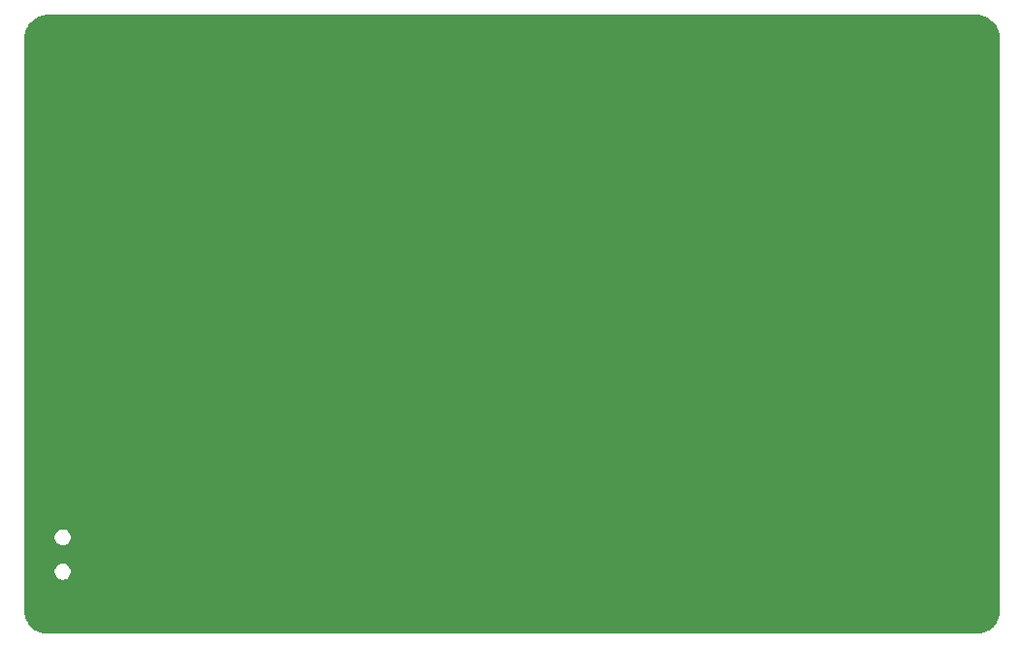
<source format=gtl>
G04 #@! TF.GenerationSoftware,KiCad,Pcbnew,7.0.1*
G04 #@! TF.CreationDate,2023-04-27T10:40:14+02:00*
G04 #@! TF.ProjectId,ET-Abschlussgadget_2023-rounded,45542d41-6273-4636-986c-757373676164,rev?*
G04 #@! TF.SameCoordinates,Original*
G04 #@! TF.FileFunction,Copper,L1,Top*
G04 #@! TF.FilePolarity,Positive*
%FSLAX46Y46*%
G04 Gerber Fmt 4.6, Leading zero omitted, Abs format (unit mm)*
G04 Created by KiCad (PCBNEW 7.0.1) date 2023-04-27 10:40:14*
%MOMM*%
%LPD*%
G01*
G04 APERTURE LIST*
G04 APERTURE END LIST*
G04 #@! TA.AperFunction,NonConductor*
G36*
X183004042Y-80000764D02*
G01*
X183083586Y-80005978D01*
X183083767Y-80005991D01*
X183261587Y-80018709D01*
X183276904Y-80020772D01*
X183388378Y-80042945D01*
X183390437Y-80043374D01*
X183530240Y-80073786D01*
X183543703Y-80077522D01*
X183657725Y-80116228D01*
X183661074Y-80117420D01*
X183788808Y-80165062D01*
X183800300Y-80170024D01*
X183910687Y-80224461D01*
X183915187Y-80226798D01*
X184032478Y-80290844D01*
X184041942Y-80296574D01*
X184145269Y-80365615D01*
X184150688Y-80369450D01*
X184256727Y-80448830D01*
X184264145Y-80454844D01*
X184357976Y-80537131D01*
X184363898Y-80542678D01*
X184457320Y-80636100D01*
X184462867Y-80642022D01*
X184545150Y-80735848D01*
X184551173Y-80743278D01*
X184588691Y-80793396D01*
X184630548Y-80849310D01*
X184634383Y-80854729D01*
X184703424Y-80958056D01*
X184709154Y-80967520D01*
X184773183Y-81084779D01*
X184775564Y-81089363D01*
X184829969Y-81199687D01*
X184834938Y-81211196D01*
X184882556Y-81338863D01*
X184883793Y-81342338D01*
X184922470Y-81456276D01*
X184926217Y-81469777D01*
X184956613Y-81609508D01*
X184957064Y-81611675D01*
X184979224Y-81723080D01*
X184981291Y-81738425D01*
X184993995Y-81916046D01*
X184994045Y-81916781D01*
X184999234Y-81995942D01*
X184999500Y-82004053D01*
X184999500Y-131995947D01*
X184999234Y-132004058D01*
X184994045Y-132083217D01*
X184993995Y-132083952D01*
X184981291Y-132261573D01*
X184979224Y-132276918D01*
X184957064Y-132388323D01*
X184956613Y-132390490D01*
X184926217Y-132530221D01*
X184922470Y-132543722D01*
X184883793Y-132657660D01*
X184882556Y-132661135D01*
X184834938Y-132788802D01*
X184829969Y-132800311D01*
X184775564Y-132910635D01*
X184773183Y-132915219D01*
X184709154Y-133032478D01*
X184703424Y-133041942D01*
X184634383Y-133145269D01*
X184630548Y-133150688D01*
X184551181Y-133256711D01*
X184545142Y-133264160D01*
X184462867Y-133357976D01*
X184457320Y-133363898D01*
X184363898Y-133457320D01*
X184357976Y-133462867D01*
X184264160Y-133545142D01*
X184256711Y-133551181D01*
X184150688Y-133630548D01*
X184145269Y-133634383D01*
X184041942Y-133703424D01*
X184032478Y-133709154D01*
X183915219Y-133773183D01*
X183910635Y-133775564D01*
X183800311Y-133829969D01*
X183788802Y-133834938D01*
X183661135Y-133882556D01*
X183657660Y-133883793D01*
X183543722Y-133922470D01*
X183530221Y-133926217D01*
X183390490Y-133956613D01*
X183388323Y-133957064D01*
X183276918Y-133979224D01*
X183261573Y-133981291D01*
X183083952Y-133993995D01*
X183083217Y-133994045D01*
X183004058Y-133999234D01*
X182995947Y-133999500D01*
X102004053Y-133999500D01*
X101995942Y-133999234D01*
X101916781Y-133994045D01*
X101916046Y-133993995D01*
X101738425Y-133981291D01*
X101723080Y-133979224D01*
X101611675Y-133957064D01*
X101609508Y-133956613D01*
X101469777Y-133926217D01*
X101456276Y-133922470D01*
X101342338Y-133883793D01*
X101338863Y-133882556D01*
X101211196Y-133834938D01*
X101199687Y-133829969D01*
X101134947Y-133798043D01*
X101089348Y-133775556D01*
X101084779Y-133773183D01*
X100967520Y-133709154D01*
X100958056Y-133703424D01*
X100854729Y-133634383D01*
X100849310Y-133630548D01*
X100793396Y-133588691D01*
X100743278Y-133551173D01*
X100735848Y-133545150D01*
X100642022Y-133462867D01*
X100636100Y-133457320D01*
X100542678Y-133363898D01*
X100537131Y-133357976D01*
X100505450Y-133321851D01*
X100454844Y-133264145D01*
X100448830Y-133256727D01*
X100369450Y-133150688D01*
X100365615Y-133145269D01*
X100296574Y-133041942D01*
X100290844Y-133032478D01*
X100226798Y-132915187D01*
X100224461Y-132910687D01*
X100170024Y-132800300D01*
X100165060Y-132788802D01*
X100117420Y-132661074D01*
X100116228Y-132657725D01*
X100077522Y-132543703D01*
X100073786Y-132530240D01*
X100043374Y-132390437D01*
X100042945Y-132388378D01*
X100020772Y-132276904D01*
X100018709Y-132261587D01*
X100005991Y-132083767D01*
X100005978Y-132083586D01*
X100000764Y-132004042D01*
X100000500Y-131995935D01*
X100000500Y-128685055D01*
X102647000Y-128685055D01*
X102687709Y-128850224D01*
X102687710Y-128850225D01*
X102766766Y-129000852D01*
X102879571Y-129128183D01*
X103019570Y-129224818D01*
X103178628Y-129285140D01*
X103305128Y-129300500D01*
X103389871Y-129300500D01*
X103389872Y-129300500D01*
X103516372Y-129285140D01*
X103675430Y-129224818D01*
X103815429Y-129128183D01*
X103928234Y-129000852D01*
X104007290Y-128850225D01*
X104048000Y-128685056D01*
X104048000Y-128514944D01*
X104007290Y-128349775D01*
X103928234Y-128199148D01*
X103815429Y-128071817D01*
X103815428Y-128071816D01*
X103815427Y-128071815D01*
X103675430Y-127975182D01*
X103516372Y-127914860D01*
X103389872Y-127899500D01*
X103305128Y-127899500D01*
X103241877Y-127907180D01*
X103178627Y-127914860D01*
X103019569Y-127975182D01*
X102879572Y-128071815D01*
X102766765Y-128199149D01*
X102687709Y-128349775D01*
X102647000Y-128514945D01*
X102647000Y-128685055D01*
X100000500Y-128685055D01*
X100000500Y-125685055D01*
X102647000Y-125685055D01*
X102687709Y-125850224D01*
X102687710Y-125850225D01*
X102766766Y-126000852D01*
X102879571Y-126128183D01*
X103019570Y-126224818D01*
X103178628Y-126285140D01*
X103305128Y-126300500D01*
X103389871Y-126300500D01*
X103389872Y-126300500D01*
X103516372Y-126285140D01*
X103675430Y-126224818D01*
X103815429Y-126128183D01*
X103928234Y-126000852D01*
X104007290Y-125850225D01*
X104048000Y-125685056D01*
X104048000Y-125514944D01*
X104007290Y-125349775D01*
X103928234Y-125199148D01*
X103815429Y-125071817D01*
X103815428Y-125071816D01*
X103815427Y-125071815D01*
X103675430Y-124975182D01*
X103516372Y-124914860D01*
X103389872Y-124899500D01*
X103305128Y-124899500D01*
X103241877Y-124907180D01*
X103178627Y-124914860D01*
X103019569Y-124975182D01*
X102879572Y-125071815D01*
X102766765Y-125199149D01*
X102687709Y-125349775D01*
X102647000Y-125514945D01*
X102647000Y-125685055D01*
X100000500Y-125685055D01*
X100000500Y-82004065D01*
X100000765Y-81995956D01*
X100005954Y-81916781D01*
X100005979Y-81916401D01*
X100006004Y-81916046D01*
X100018709Y-81738407D01*
X100020771Y-81723099D01*
X100042955Y-81611573D01*
X100043364Y-81609606D01*
X100073788Y-81469749D01*
X100077519Y-81456305D01*
X100116243Y-81342230D01*
X100117404Y-81338967D01*
X100165068Y-81211177D01*
X100170017Y-81199713D01*
X100224481Y-81089272D01*
X100226777Y-81084851D01*
X100290855Y-80967501D01*
X100296562Y-80958075D01*
X100365639Y-80854694D01*
X100369425Y-80849344D01*
X100448850Y-80743246D01*
X100454823Y-80735878D01*
X100537161Y-80641989D01*
X100542648Y-80636131D01*
X100636131Y-80542648D01*
X100641989Y-80537161D01*
X100735878Y-80454823D01*
X100743246Y-80448850D01*
X100849344Y-80369425D01*
X100854694Y-80365639D01*
X100958075Y-80296562D01*
X100967501Y-80290855D01*
X101084851Y-80226777D01*
X101089272Y-80224481D01*
X101199713Y-80170017D01*
X101211177Y-80165068D01*
X101338967Y-80117404D01*
X101342230Y-80116243D01*
X101456305Y-80077519D01*
X101469749Y-80073788D01*
X101609606Y-80043364D01*
X101611573Y-80042955D01*
X101723099Y-80020771D01*
X101738407Y-80018709D01*
X101916193Y-80005992D01*
X101995957Y-80000764D01*
X102004065Y-80000500D01*
X182995935Y-80000500D01*
X183004042Y-80000764D01*
G37*
G04 #@! TD.AperFunction*
M02*

</source>
